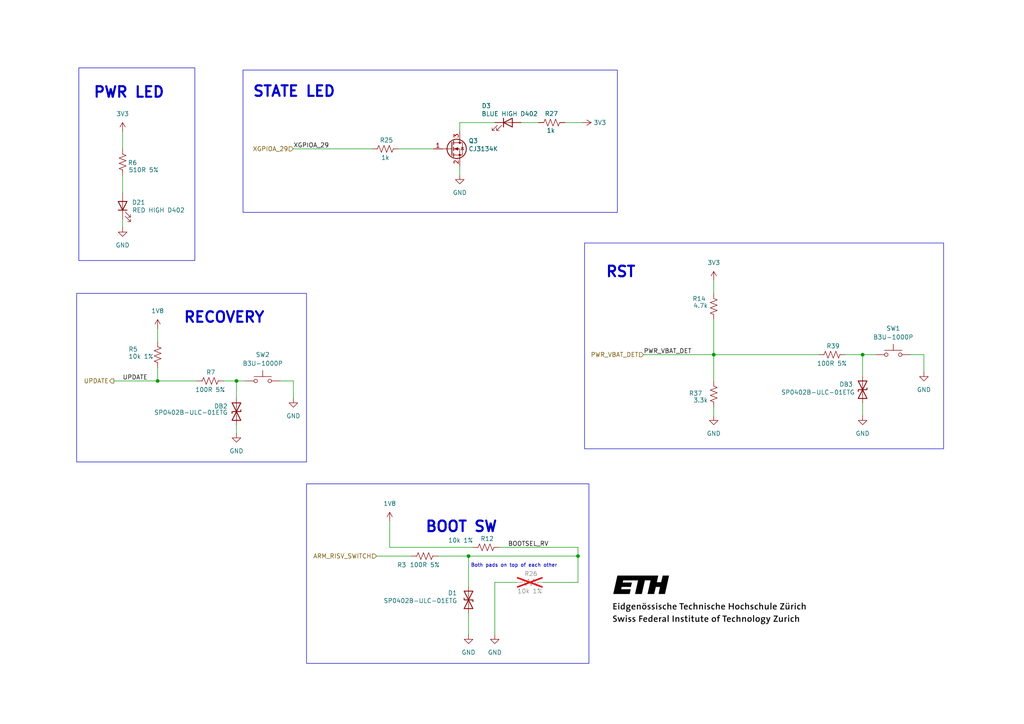
<source format=kicad_sch>
(kicad_sch (version 20250114) (generator "eeschema") (generator_version "9.0")
  (paper "A4")
  (lib_symbols
    (symbol "Device:D_TVS" (pin_numbers (hide yes)) (pin_names (offset 1.016) (hide yes))
      (property "Reference" "D" (at 0 2.54 0))
      (property "Value" "D_TVS" (at 0 -2.54 0))
      (symbol "D_TVS_0_1"
        (polyline (pts (xy -2.54 1.27) (xy -2.54 -1.27) (xy 2.54 1.27) (xy 2.54 -1.27) (xy -2.54 1.27)) (stroke (width 0.254)))
        (polyline (pts (xy 0.508 1.27) (xy 0 1.27) (xy 0 -1.27) (xy -0.508 -1.27)) (stroke (width 0.254)))
        (polyline (pts (xy 1.27 0) (xy -1.27 0)))
      )
      (symbol "D_TVS_1_1"
        (pin passive line (at -3.81 0 0) (length 2.54) (name "A1") (number "1"))
        (pin passive line (at 3.81 0 180) (length 2.54) (name "A2") (number "2"))
      )
    )
    (symbol "Device:LED" (pin_numbers (hide yes)) (pin_names (offset 1.016) (hide yes))
      (property "Reference" "D" (at 0 2.54 0))
      (property "Value" "LED" (at 0 -2.54 0))
      (symbol "LED_0_1"
        (polyline (pts (xy -3.048 -0.762) (xy -4.572 -2.286) (xy -3.81 -2.286) (xy -4.572 -2.286) (xy -4.572 -1.524)))
        (polyline (pts (xy -1.778 -0.762) (xy -3.302 -2.286) (xy -2.54 -2.286) (xy -3.302 -2.286) (xy -3.302 -1.524)))
        (polyline (pts (xy -1.27 0) (xy 1.27 0)))
        (polyline (pts (xy -1.27 -1.27) (xy -1.27 1.27)) (stroke (width 0.254)))
        (polyline (pts (xy 1.27 -1.27) (xy 1.27 1.27) (xy -1.27 0) (xy 1.27 -1.27)) (stroke (width 0.254)))
      )
      (symbol "LED_1_1"
        (pin passive line (at -3.81 0 0) (length 2.54) (name "K") (number "1"))
        (pin passive line (at 3.81 0 180) (length 2.54) (name "A") (number "2"))
      )
    )
    (symbol "Device:R_US" (pin_numbers (hide yes)) (pin_names (offset 0))
      (property "Reference" "R" (at 2.54 0 90))
      (property "Value" "R_US" (at -2.54 0 90))
      (symbol "R_US_0_1"
        (polyline (pts (xy 0 2.286) (xy 0 2.54)))
        (polyline (pts (xy 0 2.286) (xy 1.016 1.905) (xy 0 1.524) (xy -1.016 1.143) (xy 0 0.762)))
        (polyline (pts (xy 0 0.762) (xy 1.016 0.381) (xy 0 0) (xy -1.016 -0.381) (xy 0 -0.762)))
        (polyline (pts (xy 0 -0.762) (xy 1.016 -1.143) (xy 0 -1.524) (xy -1.016 -1.905) (xy 0 -2.286)))
        (polyline (pts (xy 0 -2.286) (xy 0 -2.54)))
      )
      (symbol "R_US_1_1"
        (pin passive line (at 0 3.81 270) (length 1.27) (name "~") (number "1"))
        (pin passive line (at 0 -3.81 90) (length 1.27) (name "~") (number "2"))
      )
    )
    (symbol "Switch:SW_Push" (pin_numbers (hide yes)) (pin_names (offset 1.016) (hide yes))
      (property "Reference" "SW" (at 1.27 2.54 0))
      (property "Value" "SW_Push" (at 0 -1.524 0))
      (symbol "SW_Push_0_1"
        (circle (center -2.032 0) (radius 0.508))
        (polyline (pts (xy 0 1.27) (xy 0 3.048)))
        (circle (center 2.032 0) (radius 0.508))
        (polyline (pts (xy 2.54 1.27) (xy -2.54 1.27)))
        (pin passive line (at -5.08 0 0) (length 2.54) (name "1") (number "1"))
        (pin passive line (at 5.08 0 180) (length 2.54) (name "2") (number "2"))
      )
    )
    (symbol "Transistor_FET:Q_NMOS_GSD" (pin_names (offset 0) (hide yes))
      (property "Reference" "Q" (at 5.08 1.905 0))
      (property "Value" "Q_NMOS_GSD" (at 5.08 0 0))
      (symbol "Q_NMOS_GSD_0_1"
        (polyline (pts (xy 0.254 1.905) (xy 0.254 -1.905)) (stroke (width 0.254)))
        (polyline (pts (xy 0.254 0) (xy -2.54 0)))
        (polyline (pts (xy 0.762 2.286) (xy 0.762 1.27)) (stroke (width 0.254)))
        (polyline (pts (xy 0.762 0.508) (xy 0.762 -0.508)) (stroke (width 0.254)))
        (polyline (pts (xy 0.762 -1.27) (xy 0.762 -2.286)) (stroke (width 0.254)))
        (polyline (pts (xy 0.762 -1.778) (xy 3.302 -1.778) (xy 3.302 1.778) (xy 0.762 1.778)))
        (polyline (pts (xy 1.016 0) (xy 2.032 0.381) (xy 2.032 -0.381) (xy 1.016 0)) (fill (type outline)))
        (circle (center 1.651 0) (radius 2.794) (stroke (width 0.254)))
        (polyline (pts (xy 2.54 2.54) (xy 2.54 1.778)))
        (circle (center 2.54 1.778) (radius 0.254) (fill (type outline)))
        (circle (center 2.54 -1.778) (radius 0.254) (fill (type outline)))
        (polyline (pts (xy 2.54 -2.54) (xy 2.54 0) (xy 0.762 0)))
        (polyline (pts (xy 2.921 0.381) (xy 3.683 0.381)))
        (polyline (pts (xy 3.302 0.381) (xy 2.921 -0.254) (xy 3.683 -0.254) (xy 3.302 0.381)))
      )
      (symbol "Q_NMOS_GSD_1_1"
        (pin input line (at -5.08 0 0) (length 2.54) (name "G") (number "1"))
        (pin passive line (at 2.54 5.08 270) (length 2.54) (name "D") (number "3"))
        (pin passive line (at 2.54 -5.08 90) (length 2.54) (name "S") (number "2"))
      )
    )
    (symbol "power:+1V8" (power) (pin_numbers (hide yes)) (pin_names (offset 0) (hide yes))
      (property "Value" "+1V8" (at 0 3.556 0))
      (symbol "+1V8_0_1"
        (polyline (pts (xy -0.762 1.27) (xy 0 2.54)))
        (polyline (pts (xy 0 2.54) (xy 0.762 1.27)))
        (polyline (pts (xy 0 0) (xy 0 2.54)))
      )
      (symbol "+1V8_1_1"
        (pin power_in line (at 0 0 90) (length 0) (name "~") (number "1"))
      )
    )
    (symbol "power:+3V3" (power) (pin_numbers (hide yes)) (pin_names (offset 0) (hide yes))
      (property "Value" "+3V3" (at 0 3.556 0))
      (symbol "+3V3_0_1"
        (polyline (pts (xy -0.762 1.27) (xy 0 2.54)))
        (polyline (pts (xy 0 2.54) (xy 0.762 1.27)))
        (polyline (pts (xy 0 0) (xy 0 2.54)))
      )
      (symbol "+3V3_1_1"
        (pin power_in line (at 0 0 90) (length 0) (name "~") (number "1"))
      )
    )
    (symbol "power:GND" (power) (pin_numbers (hide yes)) (pin_names (offset 0) (hide yes))
      (property "Value" "GND" (at 0 -3.81 0))
      (symbol "GND_0_1"
        (polyline (pts (xy 0 0) (xy 0 -1.27) (xy 1.27 -1.27) (xy 0 -2.54) (xy -1.27 -1.27) (xy 0 -1.27)))
      )
      (symbol "GND_1_1"
        (pin power_in line (at 0 0 270) (length 0) (name "~") (number "1"))
      )
    )
  )
  (rectangle (start 88.9 140.335) (end 170.815 192.405))
  (rectangle (start 22.225 85.09) (end 88.9 133.985))
  (rectangle (start 169.545 70.485) (end 273.685 130.175))
  (rectangle (start 22.86 19.685) (end 56.515 75.565))
  (rectangle (start 70.485 20.32) (end 179.07 61.595))
  (text "RST" (at 175.514 80.772 0) (effects (font (size 3.048 3.048) (thickness 0.6096) (bold yes)) (justify left bottom)))
  (text "BOOT SW" (at 123.19 154.686 0) (effects (font (size 3.048 3.048) (thickness 0.6096) (bold yes)) (justify left bottom)))
  (text "Both pads on top of each other" (at 149.098 164.084 0) (effects (font (size 1.016 1.016))))
  (text "STATE LED" (at 73.152 28.448 0) (effects (font (size 3.048 3.048) (thickness 0.6096) (bold yes)) (justify left bottom)))
  (text "RECOVERY" (at 53.086 93.98 0) (effects (font (size 3.048 3.048) (thickness 0.6096) (bold yes)) (justify left bottom)))
  (text "PWR LED" (at 26.924 28.702 0) (effects (font (size 3.048 3.048) (thickness 0.6096) (bold yes)) (justify left bottom)))
  (junction (at 250.19 102.87))
  (junction (at 135.89 161.29))
  (junction (at 45.72 110.49))
  (junction (at 167.64 161.29))
  (junction (at 68.58 110.49))
  (junction (at 207.01 102.87))
  (wire (pts (xy 143.51 168.91) (xy 149.86 168.91)))
  (wire (pts (xy 45.72 106.68) (xy 45.72 110.49)))
  (wire (pts (xy 250.19 102.87) (xy 250.19 109.22)))
  (wire (pts (xy 113.03 158.75) (xy 137.16 158.75)))
  (wire (pts (xy 35.56 66.04) (xy 35.56 63.5)))
  (wire (pts (xy 250.19 102.87) (xy 254 102.87)))
  (wire (pts (xy 115.57 43.18) (xy 125.73 43.18)))
  (wire (pts (xy 107.95 43.18) (xy 85.09 43.18)))
  (wire (pts (xy 64.77 110.49) (xy 68.58 110.49)))
  (wire (pts (xy 207.01 102.87) (xy 237.49 102.87)))
  (wire (pts (xy 151.13 35.56) (xy 156.21 35.56)))
  (wire (pts (xy 207.01 92.71) (xy 207.01 102.87)))
  (wire (pts (xy 35.56 55.88) (xy 35.56 50.8)))
  (wire (pts (xy 135.89 161.29) (xy 167.64 161.29)))
  (wire (pts (xy 135.89 177.8) (xy 135.89 184.15)))
  (wire (pts (xy 267.97 102.87) (xy 267.97 107.95)))
  (wire (pts (xy 167.64 158.75) (xy 167.64 161.29)))
  (wire (pts (xy 68.58 110.49) (xy 71.12 110.49)))
  (wire (pts (xy 85.09 110.49) (xy 85.09 115.57)))
  (wire (pts (xy 250.19 116.84) (xy 250.19 120.65)))
  (wire (pts (xy 81.28 110.49) (xy 85.09 110.49)))
  (wire (pts (xy 143.51 168.91) (xy 143.51 184.15)))
  (wire (pts (xy 35.56 38.1) (xy 35.56 43.18)))
  (wire (pts (xy 144.78 158.75) (xy 167.64 158.75)))
  (wire (pts (xy 45.72 110.49) (xy 57.15 110.49)))
  (wire (pts (xy 168.91 35.56) (xy 163.83 35.56)))
  (wire (pts (xy 207.01 118.11) (xy 207.01 120.65)))
  (wire (pts (xy 45.72 110.49) (xy 33.02 110.49)))
  (wire (pts (xy 207.01 102.87) (xy 186.69 102.87)))
  (wire (pts (xy 45.72 95.25) (xy 45.72 99.06)))
  (wire (pts (xy 133.35 35.56) (xy 143.51 35.56)))
  (wire (pts (xy 113.03 158.75) (xy 113.03 151.13)))
  (wire (pts (xy 157.48 168.91) (xy 167.64 168.91)))
  (wire (pts (xy 207.01 81.28) (xy 207.01 85.09)))
  (wire (pts (xy 245.11 102.87) (xy 250.19 102.87)))
  (wire (pts (xy 133.35 35.56) (xy 133.35 38.1)))
  (wire (pts (xy 135.89 161.29) (xy 135.89 170.18)))
  (wire (pts (xy 109.22 161.29) (xy 119.38 161.29)))
  (wire (pts (xy 68.58 110.49) (xy 68.58 115.57)))
  (wire (pts (xy 207.01 110.49) (xy 207.01 102.87)))
  (wire (pts (xy 127 161.29) (xy 135.89 161.29)))
  (wire (pts (xy 133.35 48.26) (xy 133.35 50.8)))
  (wire (pts (xy 68.58 125.73) (xy 68.58 123.19)))
  (wire (pts (xy 264.16 102.87) (xy 267.97 102.87)))
  (wire (pts (xy 167.64 161.29) (xy 167.64 168.91)))
  (image (at 205.74 173.99) (scale 0.824507))
  (label "PWR_VBAT_DET" (at 186.69 102.87 0))
  (label "XGPIOA_29" (at 85.09 43.18 0))
  (label "UPDATE" (at 35.56 110.49 0))
  (label "BOOTSEL_RV" (at 147.32 158.75 0))
  (hierarchical_label "ARM_RISV_SWITCH" (shape input) (at 109.22 161.29 180))
  (hierarchical_label "UPDATE" (shape output) (at 33.02 110.49 180))
  (hierarchical_label "PWR_VBAT_DET" (shape input) (at 186.69 102.87 180))
  (hierarchical_label "XGPIOA_29" (shape input) (at 85.09 43.18 180))
  (symbol (lib_id "Switch:SW_Push") (at 76.2 110.49 0) (unit 1)
    (property "Reference" "SW2" (at 76.2 102.87 0))
    (property "Value" "B3U-1000P" (at 76.2 105.41 0))
    (property "Footprint" "Button_Switch_SMD:SW_SPST_B3U-1000P" (effects (hide yes)))
    (property "Datasheet" "B3U-1000P" (effects (hide yes)))
    (property "Description" "Push button switch, generic, two pins" (effects (hide yes)))
  )
  (symbol (lib_id "Device:D_TVS") (at 135.89 173.99 90) (unit 1)
    (property "Reference" "D1" (at 132.588 172.72 90) (effects (justify left top)))
    (property "Value" "SP0402B-ULC-01ETG" (at 121.92 174.244 90))
    (property "Footprint" "Diode_SMD:D_0402_1005Metric" (effects (hide yes)))
    (property "Datasheet" "SP0402B-ULC-01ETG" (effects (hide yes)))
    (property "Description" "Bidirectional transient-voltage-suppression diode" (effects (hide yes)))
  )
  (symbol (lib_id "power:GND") (at 35.56 66.04 0) (unit 1)
    (property "Reference" "#PWR087" (effects (hide yes)))
    (property "Value" "GND" (at 35.56 71.12 0))
    (property "Description" "Power symbol creates a global label with name \"GND\" , ground" (effects (hide yes)))
  )
  (symbol (lib_id "Device:R_US") (at 160.02 35.56 270) (unit 1)
    (property "Reference" "R27" (at 157.988 32.258 90) (effects (justify left top)))
    (property "Value" "1k" (at 159.766 37.846 90))
    (property "Footprint" "Resistor_SMD:R_0402_1005Metric_Pad0.72x0.64mm_HandSolder" (effects (hide yes)))
    (property "Datasheet" "RC0402JR-071KL" (effects (hide yes)))
    (property "Description" "Resistor, US symbol" (effects (hide yes)))
  )
  (symbol (lib_id "Transistor_FET:Q_NMOS_GSD") (at 130.81 43.18 0) (unit 1)
    (property "Reference" "Q3" (at 135.89 40.132 0) (effects (justify left top)))
    (property "Value" "CJ3134K" (at 135.89 43.18 0) (effects (justify left)))
    (property "Footprint" "Package_TO_SOT_SMD:SOT-723" (effects (hide yes)))
    (property "Datasheet" "CJ3134K / NTK3134NT1G" (effects (hide yes)))
    (property "Description" "N-MOSFET transistor, gate/source/drain" (effects (hide yes)))
  )
  (symbol (lib_id "Device:R_US") (at 207.01 88.9 180) (unit 1)
    (property "Reference" "R14" (at 204.724 87.376 0) (effects (justify left top)))
    (property "Value" "4.7k" (at 203.2 88.646 0))
    (property "Footprint" "Resistor_SMD:R_0201_0603Metric_Pad0.64x0.40mm_HandSolder" (effects (hide yes)))
    (property "Datasheet" "AC0201JR-074K7L" (effects (hide yes)))
    (property "Description" "Resistor, US symbol" (effects (hide yes)))
  )
  (symbol (lib_id "Device:R_US") (at 153.67 168.91 90) (unit 1) (dnp yes)
    (property "Reference" "R26" (at 155.956 167.132 90) (effects (justify left top)))
    (property "Value" "10k 1%" (at 153.67 171.45 90))
    (property "Footprint" "Resistor_SMD:R_0201_0603Metric_Pad0.64x0.40mm_HandSolder" (effects (hide yes)))
    (property "Datasheet" "AC0201FR-0710KL" (effects (hide yes)))
    (property "Description" "Resistor, US symbol" (effects (hide yes)))
  )
  (symbol (lib_id "power:GND") (at 85.09 115.57 0) (unit 1)
    (property "Reference" "#PWR07" (effects (hide yes)))
    (property "Value" "GND" (at 85.09 120.65 0))
    (property "Description" "Power symbol creates a global label with name \"GND\" , ground" (effects (hide yes)))
  )
  (symbol (lib_id "power:GND") (at 143.51 184.15 0) (unit 1)
    (property "Reference" "#PWR096" (effects (hide yes)))
    (property "Value" "GND" (at 143.51 189.23 0))
    (property "Description" "Power symbol creates a global label with name \"GND\" , ground" (effects (hide yes)))
  )
  (symbol (lib_id "Device:D_TVS") (at 68.58 119.38 90) (mirror x) (unit 1)
    (property "Reference" "DB2" (at 66.04 117.094 90) (effects (justify left top)))
    (property "Value" "SP0402B-ULC-01ETG" (at 55.372 119.634 90))
    (property "Footprint" "Diode_SMD:D_0402_1005Metric" (effects (hide yes)))
    (property "Datasheet" "SP0402B-ULC-01ETG" (effects (hide yes)))
    (property "Description" "Bidirectional transient-voltage-suppression diode" (effects (hide yes)))
  )
  (symbol (lib_id "Device:D_TVS") (at 250.19 113.03 90) (mirror x) (unit 1)
    (property "Reference" "DB3" (at 247.396 110.744 90) (effects (justify left top)))
    (property "Value" "SP0402B-ULC-01ETG" (at 237.236 113.792 90))
    (property "Footprint" "Diode_SMD:D_0402_1005Metric" (effects (hide yes)))
    (property "Datasheet" "SP0402B-ULC-01ETG" (effects (hide yes)))
    (property "Description" "Bidirectional transient-voltage-suppression diode" (effects (hide yes)))
  )
  (symbol (lib_id "Device:R_US") (at 60.96 110.49 90) (unit 1)
    (property "Reference" "R7" (at 62.484 108.712 90) (effects (justify left top)))
    (property "Value" "100R 5%" (at 60.96 113.03 90))
    (property "Footprint" "Resistor_SMD:R_0201_0603Metric_Pad0.64x0.40mm_HandSolder" (effects (hide yes)))
    (property "Datasheet" "AC0201JR-07100RL" (effects (hide yes)))
    (property "Description" "Resistor, US symbol" (effects (hide yes)))
  )
  (symbol (lib_id "Device:R_US") (at 35.56 46.99 0) (unit 1)
    (property "Reference" "R6" (at 37.084 46.482 0) (effects (justify left top)))
    (property "Value" "510R 5%" (at 41.656 49.276 0))
    (property "Footprint" "Resistor_SMD:R_0402_1005Metric_Pad0.72x0.64mm_HandSolder" (effects (hide yes)))
    (property "Datasheet" "RC0402JR-07510RL" (effects (hide yes)))
    (property "Description" "Resistor, US symbol" (effects (hide yes)))
  )
  (symbol (lib_id "Device:R_US") (at 111.76 43.18 90) (unit 1)
    (property "Reference" "R25" (at 114.046 41.402 90) (effects (justify left top)))
    (property "Value" "1k" (at 111.76 45.72 90))
    (property "Footprint" "Resistor_SMD:R_0402_1005Metric_Pad0.72x0.64mm_HandSolder" (effects (hide yes)))
    (property "Datasheet" "RC0402JR-071KL" (effects (hide yes)))
    (property "Description" "Resistor, US symbol" (effects (hide yes)))
  )
  (symbol (lib_id "Switch:SW_Push") (at 259.08 102.87 0) (unit 1)
    (property "Reference" "SW1" (at 259.08 95.25 0))
    (property "Value" "B3U-1000P" (at 259.08 97.79 0))
    (property "Footprint" "Button_Switch_SMD:SW_SPST_B3U-1000P" (effects (hide yes)))
    (property "Datasheet" "B3U-1000P" (effects (hide yes)))
    (property "Description" "Push button switch, generic, two pins" (effects (hide yes)))
  )
  (symbol (lib_id "Device:R_US") (at 123.19 161.29 90) (unit 1)
    (property "Reference" "R3" (at 117.856 164.592 90) (effects (justify left top)))
    (property "Value" "100R 5%" (at 123.19 163.83 90))
    (property "Footprint" "Resistor_SMD:R_0201_0603Metric_Pad0.64x0.40mm_HandSolder" (effects (hide yes)))
    (property "Datasheet" "AC0201JR-07100RL" (effects (hide yes)))
    (property "Description" "Resistor, US symbol" (effects (hide yes)))
  )
  (symbol (lib_id "power:GND") (at 207.01 120.65 0) (unit 1)
    (property "Reference" "#PWR0135" (effects (hide yes)))
    (property "Value" "GND" (at 207.01 125.73 0))
    (property "Description" "Power symbol creates a global label with name \"GND\" , ground" (effects (hide yes)))
  )
  (symbol (lib_id "power:GND") (at 250.19 120.65 0) (unit 1)
    (property "Reference" "#PWR0157" (effects (hide yes)))
    (property "Value" "GND" (at 250.19 125.73 0))
    (property "Description" "Power symbol creates a global label with name \"GND\" , ground" (effects (hide yes)))
  )
  (symbol (lib_id "power:+3V3") (at 35.56 38.1 0) (unit 1)
    (property "Reference" "#PWR086" (effects (hide yes)))
    (property "Value" "3V3" (at 35.56 33.02 0))
    (property "Description" "Power symbol creates a global label with name \"+3V3\"" (effects (hide yes)))
  )
  (symbol (lib_id "power:+1V8") (at 45.72 95.25 0) (unit 1)
    (property "Reference" "#PWR048" (effects (hide yes)))
    (property "Value" "1V8" (at 45.72 90.17 0))
    (property "Description" "Power symbol creates a global label with name \"+1V8\"" (effects (hide yes)))
  )
  (symbol (lib_id "Device:R_US") (at 241.3 102.87 90) (unit 1)
    (property "Reference" "R39" (at 243.586 101.092 90) (effects (justify left top)))
    (property "Value" "100R 5%" (at 241.3 105.41 90))
    (property "Footprint" "Resistor_SMD:R_0201_0603Metric_Pad0.64x0.40mm_HandSolder" (effects (hide yes)))
    (property "Datasheet" "AC0201JR-07100RL" (effects (hide yes)))
    (property "Description" "Resistor, US symbol" (effects (hide yes)))
  )
  (symbol (lib_id "power:GND") (at 267.97 107.95 0) (unit 1)
    (property "Reference" "#PWR06" (effects (hide yes)))
    (property "Value" "GND" (at 267.97 113.03 0))
    (property "Description" "Power symbol creates a global label with name \"GND\" , ground" (effects (hide yes)))
  )
  (symbol (lib_id "Device:LED") (at 147.32 35.56 0) (unit 1)
    (property "Reference" "D3" (at 139.7 29.972 0) (effects (justify left top)))
    (property "Value" "BLUE HIGH D402" (at 147.828 33.02 0))
    (property "Footprint" "LED_SMD:LED_0402_1005Metric_Pad0.77x0.64mm_HandSolder" (effects (hide yes)))
    (property "Datasheet" "150040BS73240" (effects (hide yes)))
    (property "Description" "Light emitting diode" (effects (hide yes)))
  )
  (symbol (lib_id "power:+3V3") (at 207.01 81.28 0) (unit 1)
    (property "Reference" "#PWR0110" (effects (hide yes)))
    (property "Value" "3V3" (at 207.01 76.2 0))
    (property "Description" "Power symbol creates a global label with name \"+3V3\"" (effects (hide yes)))
  )
  (symbol (lib_id "power:GND") (at 135.89 184.15 0) (unit 1)
    (property "Reference" "#PWR095" (effects (hide yes)))
    (property "Value" "GND" (at 135.89 189.23 0))
    (property "Description" "Power symbol creates a global label with name \"GND\" , ground" (effects (hide yes)))
  )
  (symbol (lib_id "power:+3V3") (at 168.91 35.56 270) (unit 1)
    (property "Reference" "#PWR089" (effects (hide yes)))
    (property "Value" "3V3" (at 173.99 35.56 90))
    (property "Description" "Power symbol creates a global label with name \"+3V3\"" (effects (hide yes)))
  )
  (symbol (lib_id "Device:LED") (at 35.56 59.69 90) (unit 1)
    (property "Reference" "D21" (at 42.164 59.436 90) (effects (justify left top)))
    (property "Value" "RED HIGH D402" (at 45.974 60.96 90))
    (property "Footprint" "LED_SMD:LED_0402_1005Metric_Pad0.77x0.64mm_HandSolder" (effects (hide yes)))
    (property "Datasheet" "150040RS73240" (effects (hide yes)))
    (property "Description" "Light emitting diode" (effects (hide yes)))
  )
  (symbol (lib_id "Device:R_US") (at 140.97 158.75 90) (unit 1)
    (property "Reference" "R12" (at 143.256 156.972 90) (effects (justify left top)))
    (property "Value" "10k 1%" (at 133.604 156.718 90))
    (property "Footprint" "Resistor_SMD:R_0201_0603Metric_Pad0.64x0.40mm_HandSolder" (effects (hide yes)))
    (property "Datasheet" "AC0201FR-0710KL" (effects (hide yes)))
    (property "Description" "Resistor, US symbol" (effects (hide yes)))
  )
  (symbol (lib_id "power:GND") (at 68.58 125.73 0) (unit 1)
    (property "Reference" "#PWR049" (effects (hide yes)))
    (property "Value" "GND" (at 68.58 130.81 0))
    (property "Description" "Power symbol creates a global label with name \"GND\" , ground" (effects (hide yes)))
  )
  (symbol (lib_id "power:GND") (at 133.35 50.8 0) (unit 1)
    (property "Reference" "#PWR088" (effects (hide yes)))
    (property "Value" "GND" (at 133.35 55.88 0))
    (property "Description" "Power symbol creates a global label with name \"GND\" , ground" (effects (hide yes)))
  )
  (symbol (lib_id "Device:R_US") (at 45.72 102.87 0) (unit 1)
    (property "Reference" "R5" (at 38.608 100.584 0) (effects (justify top)))
    (property "Value" "10k 1%" (at 40.894 103.378 0))
    (property "Footprint" "Resistor_SMD:R_0201_0603Metric_Pad0.64x0.40mm_HandSolder" (effects (hide yes)))
    (property "Datasheet" "AC0201FR-0710KL" (effects (hide yes)))
    (property "Description" "Resistor, US symbol" (effects (hide yes)))
  )
  (symbol (lib_id "Device:R_US") (at 207.01 114.3 180) (unit 1)
    (property "Reference" "R37" (at 203.708 114.808 0) (effects (justify left top)))
    (property "Value" "3.3k" (at 203.2 116.078 0))
    (property "Footprint" "Resistor_SMD:R_0201_0603Metric_Pad0.64x0.40mm_HandSolder" (effects (hide yes)))
    (property "Datasheet" "AC0201JR-073K3L" (effects (hide yes)))
    (property "Description" "Resistor, US symbol" (effects (hide yes)))
  )
  (symbol (lib_id "power:+1V8") (at 113.03 151.13 0) (unit 1)
    (property "Reference" "#PWR094" (effects (hide yes)))
    (property "Value" "1V8" (at 113.03 146.05 0))
    (property "Description" "Power symbol creates a global label with name \"+1V8\"" (effects (hide yes)))
  )
)
</source>
